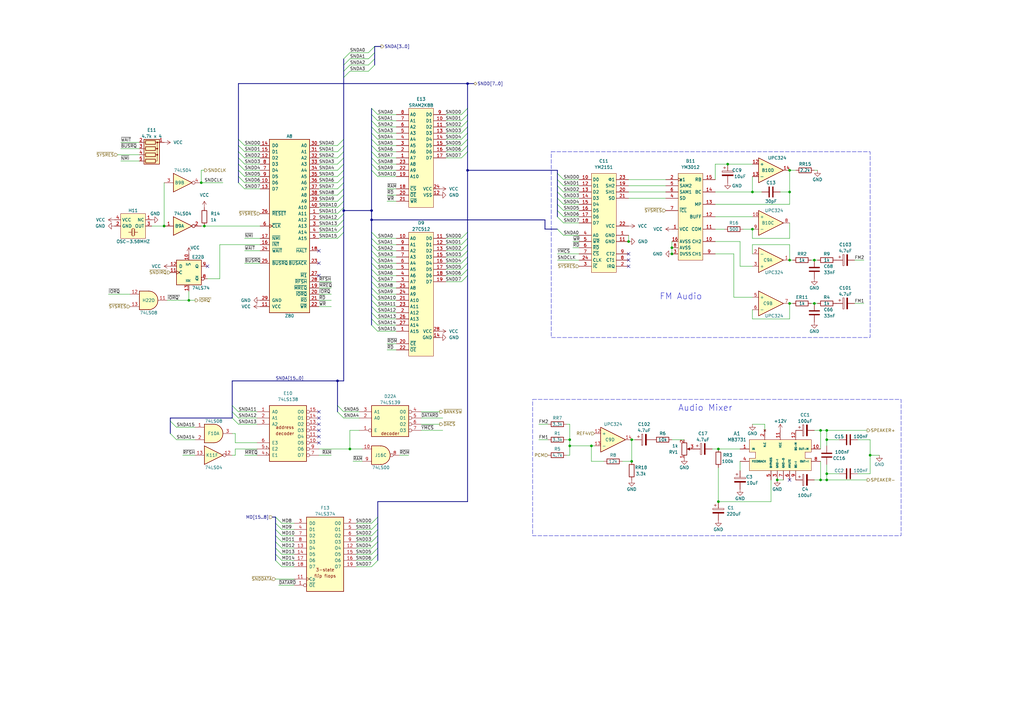
<source format=kicad_sch>
(kicad_sch (version 20230121) (generator eeschema)
  (paper "A3")
  (title_block (title "Gradius 3") (date "2024-04-11") (company "Konami GX945") (comment 1 "Ulf Skutnabba, twitter: @skutis77"))
  (junction (at 275.59 104.14))
  (junction (at 323.85 69.85))
  (junction (at 308.61 78.74))
  (junction (at 259.08 180.34))
  (junction (at 191.77 34.29))
  (junction (at 294.64 184.15))
  (junction (at 83.82 92.71))
  (junction (at 308.61 93.98))
  (junction (at 242.57 182.88))
  (junction (at 191.77 69.85))
  (junction (at 334.01 124.46))
  (junction (at 77.47 123.19))
  (junction (at 339.09 180.34))
  (junction (at 339.09 194.31))
  (junction (at 259.08 189.23))
  (junction (at 323.85 124.46))
  (junction (at 336.55 176.53))
  (junction (at 233.68 182.88))
  (junction (at 298.45 67.31))
  (junction (at 275.59 101.6))
  (junction (at 233.68 180.34))
  (junction (at 323.85 106.68))
  (junction (at 82.55 74.93))
  (junction (at 336.55 196.85))
  (junction (at 152.4 86.36))
  (junction (at 294.64 205.74))
  (junction (at 257.81 99.06))
  (junction (at 356.87 186.69))
  (junction (at 318.77 196.85))
  (junction (at 138.43 156.21))
  (junction (at 339.09 176.53))
  (junction (at 152.4 90.17))
  (junction (at 140.97 86.36))
  (junction (at 143.51 184.15))
  (junction (at 334.01 106.68))
  (junction (at 339.09 196.85))
  (junction (at 67.31 92.71))
  (junction (at 323.85 78.74))
  (no_connect (at 130.81 173.99))
  (no_connect (at 130.81 171.45))
  (no_connect (at 257.81 109.22))
  (no_connect (at 130.81 107.95))
  (no_connect (at 257.81 104.14))
  (no_connect (at 85.09 109.22))
  (no_connect (at 130.81 181.61))
  (no_connect (at 130.81 113.03))
  (no_connect (at 257.81 106.68))
  (no_connect (at 130.81 102.87))
  (no_connect (at 130.81 168.91))
  (no_connect (at 130.81 176.53))
  (no_connect (at 323.85 196.85))
  (no_connect (at 130.81 179.07))
  (bus_entry (at 113.03 229.87) (size 2.54 2.54))
  (bus_entry (at 97.79 59.69) (size 2.54 2.54))
  (bus_entry (at 152.4 224.79) (size 2.54 -2.54))
  (bus_entry (at 97.79 69.85) (size 2.54 2.54))
  (bus_entry (at 189.23 49.53) (size 2.54 -2.54))
  (bus_entry (at 152.4 214.63) (size 2.54 -2.54))
  (bus_entry (at 154.94 113.03) (size -2.54 -2.54))
  (bus_entry (at 154.94 110.49) (size -2.54 -2.54))
  (bus_entry (at 189.23 102.87) (size 2.54 -2.54))
  (bus_entry (at 140.97 24.13) (size 2.54 -2.54))
  (bus_entry (at 231.14 81.28) (size -2.54 -2.54))
  (bus_entry (at 189.23 100.33) (size 2.54 -2.54))
  (bus_entry (at 154.94 52.07) (size -2.54 -2.54))
  (bus_entry (at 154.94 97.79) (size -2.54 -2.54))
  (bus_entry (at 152.4 227.33) (size 2.54 -2.54))
  (bus_entry (at 95.25 166.37) (size 2.54 2.54))
  (bus_entry (at 231.14 78.74) (size -2.54 -2.54))
  (bus_entry (at 231.14 96.52) (size -2.54 -2.54))
  (bus_entry (at 154.94 49.53) (size -2.54 -2.54))
  (bus_entry (at 152.4 222.25) (size 2.54 -2.54))
  (bus_entry (at 113.03 224.79) (size 2.54 2.54))
  (bus_entry (at 138.43 69.85) (size 2.54 -2.54))
  (bus_entry (at 97.79 64.77) (size 2.54 2.54))
  (bus_entry (at 113.03 219.71) (size 2.54 2.54))
  (bus_entry (at 231.14 73.66) (size -2.54 -2.54))
  (bus_entry (at 138.43 168.91) (size 2.54 2.54))
  (bus_entry (at 189.23 52.07) (size 2.54 -2.54))
  (bus_entry (at 138.43 85.09) (size 2.54 -2.54))
  (bus_entry (at 152.4 232.41) (size 2.54 -2.54))
  (bus_entry (at 154.94 123.19) (size -2.54 -2.54))
  (bus_entry (at 113.03 217.17) (size 2.54 2.54))
  (bus_entry (at 151.13 29.21) (size 2.54 -2.54))
  (bus_entry (at 231.14 83.82) (size -2.54 -2.54))
  (bus_entry (at 154.94 57.15) (size -2.54 -2.54))
  (bus_entry (at 138.43 62.23) (size 2.54 -2.54))
  (bus_entry (at 152.4 217.17) (size 2.54 -2.54))
  (bus_entry (at 231.14 76.2) (size -2.54 -2.54))
  (bus_entry (at 189.23 59.69) (size 2.54 -2.54))
  (bus_entry (at 138.43 67.31) (size 2.54 -2.54))
  (bus_entry (at 154.94 120.65) (size -2.54 -2.54))
  (bus_entry (at 154.94 107.95) (size -2.54 -2.54))
  (bus_entry (at 138.43 72.39) (size 2.54 -2.54))
  (bus_entry (at 154.94 128.27) (size -2.54 -2.54))
  (bus_entry (at 154.94 72.39) (size -2.54 -2.54))
  (bus_entry (at 154.94 64.77) (size -2.54 -2.54))
  (bus_entry (at 189.23 97.79) (size 2.54 -2.54))
  (bus_entry (at 154.94 69.85) (size -2.54 -2.54))
  (bus_entry (at 69.85 177.8) (size 2.54 2.54))
  (bus_entry (at 138.43 97.79) (size 2.54 -2.54))
  (bus_entry (at 154.94 62.23) (size -2.54 -2.54))
  (bus_entry (at 113.03 214.63) (size 2.54 2.54))
  (bus_entry (at 140.97 29.21) (size 2.54 -2.54))
  (bus_entry (at 138.43 77.47) (size 2.54 -2.54))
  (bus_entry (at 154.94 135.89) (size -2.54 -2.54))
  (bus_entry (at 231.14 88.9) (size -2.54 -2.54))
  (bus_entry (at 151.13 26.67) (size 2.54 -2.54))
  (bus_entry (at 154.94 54.61) (size -2.54 -2.54))
  (bus_entry (at 152.4 229.87) (size 2.54 -2.54))
  (bus_entry (at 140.97 31.75) (size 2.54 -2.54))
  (bus_entry (at 154.94 100.33) (size -2.54 -2.54))
  (bus_entry (at 138.43 59.69) (size 2.54 -2.54))
  (bus_entry (at 113.03 212.09) (size 2.54 2.54))
  (bus_entry (at 154.94 67.31) (size -2.54 -2.54))
  (bus_entry (at 138.43 64.77) (size 2.54 -2.54))
  (bus_entry (at 138.43 80.01) (size 2.54 -2.54))
  (bus_entry (at 95.25 171.45) (size 2.54 2.54))
  (bus_entry (at 189.23 62.23) (size 2.54 -2.54))
  (bus_entry (at 189.23 113.03) (size 2.54 -2.54))
  (bus_entry (at 113.03 222.25) (size 2.54 2.54))
  (bus_entry (at 154.94 133.35) (size -2.54 -2.54))
  (bus_entry (at 189.23 64.77) (size 2.54 -2.54))
  (bus_entry (at 189.23 107.95) (size 2.54 -2.54))
  (bus_entry (at 154.94 59.69) (size -2.54 -2.54))
  (bus_entry (at 154.94 46.99) (size -2.54 -2.54))
  (bus_entry (at 97.79 57.15) (size 2.54 2.54))
  (bus_entry (at 138.43 82.55) (size 2.54 -2.54))
  (bus_entry (at 189.23 54.61) (size 2.54 -2.54))
  (bus_entry (at 189.23 110.49) (size 2.54 -2.54))
  (bus_entry (at 189.23 115.57) (size 2.54 -2.54))
  (bus_entry (at 151.13 24.13) (size 2.54 -2.54))
  (bus_entry (at 97.79 74.93) (size 2.54 2.54))
  (bus_entry (at 154.94 105.41) (size -2.54 -2.54))
  (bus_entry (at 138.43 87.63) (size 2.54 -2.54))
  (bus_entry (at 231.14 91.44) (size -2.54 -2.54))
  (bus_entry (at 138.43 166.37) (size 2.54 2.54))
  (bus_entry (at 97.79 67.31) (size 2.54 2.54))
  (bus_entry (at 97.79 72.39) (size 2.54 2.54))
  (bus_entry (at 154.94 125.73) (size -2.54 -2.54))
  (bus_entry (at 154.94 102.87) (size -2.54 -2.54))
  (bus_entry (at 231.14 86.36) (size -2.54 -2.54))
  (bus_entry (at 138.43 92.71) (size 2.54 -2.54))
  (bus_entry (at 138.43 90.17) (size 2.54 -2.54))
  (bus_entry (at 138.43 95.25) (size 2.54 -2.54))
  (bus_entry (at 154.94 115.57) (size -2.54 -2.54))
  (bus_entry (at 154.94 118.11) (size -2.54 -2.54))
  (bus_entry (at 152.4 219.71) (size 2.54 -2.54))
  (bus_entry (at 189.23 105.41) (size 2.54 -2.54))
  (bus_entry (at 151.13 21.59) (size 2.54 -2.54))
  (bus_entry (at 97.79 62.23) (size 2.54 2.54))
  (bus_entry (at 189.23 46.99) (size 2.54 -2.54))
  (bus_entry (at 189.23 57.15) (size 2.54 -2.54))
  (bus_entry (at 140.97 26.67) (size 2.54 -2.54))
  (bus_entry (at 95.25 168.91) (size 2.54 2.54))
  (bus_entry (at 113.03 227.33) (size 2.54 2.54))
  (bus_entry (at 138.43 74.93) (size 2.54 -2.54))
  (bus_entry (at 154.94 130.81) (size -2.54 -2.54))
  (bus_entry (at 69.85 172.72) (size 2.54 2.54))
  (bus (pts (xy 153.67 24.13) (xy 153.67 21.59)))
  (wire (pts (xy 332.74 106.68) (xy 334.01 106.68)))
  (bus (pts (xy 152.4 118.11) (xy 152.4 120.65)))
  (bus (pts (xy 140.97 156.21) (xy 138.43 156.21)))
  (wire (pts (xy 339.09 182.88) (xy 339.09 180.34)))
  (wire (pts (xy 189.23 57.15) (xy 182.88 57.15)))
  (wire (pts (xy 308.61 109.22) (xy 303.53 109.22)))
  (bus (pts (xy 191.77 95.25) (xy 191.77 97.79)))
  (wire (pts (xy 74.93 186.69) (xy 80.01 186.69)))
  (bus (pts (xy 152.4 97.79) (xy 152.4 100.33)))
  (bus (pts (xy 113.03 222.25) (xy 113.03 219.71)))
  (wire (pts (xy 154.94 54.61) (xy 162.56 54.61)))
  (wire (pts (xy 154.94 110.49) (xy 162.56 110.49)))
  (wire (pts (xy 143.51 176.53) (xy 143.51 184.15)))
  (wire (pts (xy 115.57 219.71) (xy 120.65 219.71)))
  (wire (pts (xy 154.94 52.07) (xy 162.56 52.07)))
  (bus (pts (xy 152.4 86.36) (xy 152.4 90.17)))
  (bus (pts (xy 223.52 90.17) (xy 152.4 90.17)))
  (wire (pts (xy 114.3 240.03) (xy 120.65 240.03)))
  (wire (pts (xy 294.64 184.15) (xy 303.53 184.15)))
  (bus (pts (xy 152.4 123.19) (xy 152.4 125.73)))
  (wire (pts (xy 257.81 73.66) (xy 273.05 73.66)))
  (bus (pts (xy 154.94 212.09) (xy 154.94 214.63)))
  (wire (pts (xy 83.82 69.85) (xy 82.55 69.85)))
  (wire (pts (xy 232.41 173.99) (xy 233.68 173.99)))
  (bus (pts (xy 152.4 64.77) (xy 152.4 67.31)))
  (wire (pts (xy 154.94 57.15) (xy 162.56 57.15)))
  (wire (pts (xy 115.57 232.41) (xy 120.65 232.41)))
  (wire (pts (xy 130.81 90.17) (xy 138.43 90.17)))
  (wire (pts (xy 100.33 59.69) (xy 106.68 59.69)))
  (bus (pts (xy 154.94 217.17) (xy 154.94 219.71)))
  (wire (pts (xy 323.85 100.33) (xy 308.61 100.33)))
  (wire (pts (xy 48.26 63.5) (xy 57.15 63.5)))
  (wire (pts (xy 49.53 60.96) (xy 57.15 60.96)))
  (wire (pts (xy 97.79 168.91) (xy 105.41 168.91)))
  (wire (pts (xy 143.51 26.67) (xy 151.13 26.67)))
  (bus (pts (xy 152.4 52.07) (xy 152.4 54.61)))
  (wire (pts (xy 334.01 124.46) (xy 335.28 124.46)))
  (wire (pts (xy 130.81 92.71) (xy 138.43 92.71)))
  (wire (pts (xy 308.61 100.33) (xy 308.61 104.14)))
  (wire (pts (xy 154.94 69.85) (xy 162.56 69.85)))
  (bus (pts (xy 138.43 166.37) (xy 138.43 168.91)))
  (wire (pts (xy 154.94 130.81) (xy 162.56 130.81)))
  (wire (pts (xy 115.57 214.63) (xy 120.65 214.63)))
  (wire (pts (xy 231.14 88.9) (xy 237.49 88.9)))
  (bus (pts (xy 152.4 120.65) (xy 152.4 123.19)))
  (wire (pts (xy 130.81 118.11) (xy 135.89 118.11)))
  (wire (pts (xy 189.23 105.41) (xy 182.88 105.41)))
  (wire (pts (xy 233.68 186.69) (xy 233.68 182.88)))
  (wire (pts (xy 130.81 184.15) (xy 143.51 184.15)))
  (bus (pts (xy 152.4 107.95) (xy 152.4 110.49)))
  (bus (pts (xy 152.4 100.33) (xy 152.4 102.87)))
  (wire (pts (xy 293.37 78.74) (xy 308.61 78.74)))
  (wire (pts (xy 234.95 99.06) (xy 237.49 99.06)))
  (wire (pts (xy 115.57 229.87) (xy 120.65 229.87)))
  (wire (pts (xy 313.69 173.99) (xy 313.69 176.53)))
  (bus (pts (xy 153.67 19.05) (xy 156.21 19.05)))
  (wire (pts (xy 68.58 123.19) (xy 77.47 123.19)))
  (wire (pts (xy 298.45 67.31) (xy 308.61 67.31)))
  (wire (pts (xy 308.61 78.74) (xy 312.42 78.74)))
  (wire (pts (xy 130.81 82.55) (xy 138.43 82.55)))
  (bus (pts (xy 140.97 74.93) (xy 140.97 77.47)))
  (wire (pts (xy 152.4 227.33) (xy 146.05 227.33)))
  (wire (pts (xy 293.37 67.31) (xy 298.45 67.31)))
  (bus (pts (xy 69.85 172.72) (xy 69.85 177.8)))
  (bus (pts (xy 152.4 90.17) (xy 152.4 95.25)))
  (wire (pts (xy 303.53 99.06) (xy 293.37 99.06)))
  (wire (pts (xy 231.14 83.82) (xy 237.49 83.82)))
  (wire (pts (xy 308.61 72.39) (xy 308.61 78.74)))
  (wire (pts (xy 100.33 72.39) (xy 106.68 72.39)))
  (wire (pts (xy 232.41 186.69) (xy 233.68 186.69)))
  (wire (pts (xy 158.75 80.01) (xy 162.56 80.01)))
  (bus (pts (xy 228.6 76.2) (xy 228.6 78.74)))
  (bus (pts (xy 152.4 95.25) (xy 152.4 97.79)))
  (bus (pts (xy 154.94 222.25) (xy 154.94 224.79)))
  (wire (pts (xy 231.14 86.36) (xy 237.49 86.36)))
  (bus (pts (xy 97.79 34.29) (xy 97.79 57.15)))
  (bus (pts (xy 140.97 69.85) (xy 140.97 72.39)))
  (wire (pts (xy 300.99 104.14) (xy 300.99 121.92)))
  (bus (pts (xy 111.76 212.09) (xy 113.03 212.09)))
  (wire (pts (xy 130.81 85.09) (xy 138.43 85.09)))
  (wire (pts (xy 97.79 173.99) (xy 105.41 173.99)))
  (bus (pts (xy 113.03 229.87) (xy 113.03 227.33)))
  (wire (pts (xy 172.72 171.45) (xy 181.61 171.45)))
  (wire (pts (xy 154.94 64.77) (xy 162.56 64.77)))
  (bus (pts (xy 152.4 115.57) (xy 152.4 118.11)))
  (bus (pts (xy 228.6 93.98) (xy 223.52 93.98)))
  (bus (pts (xy 113.03 214.63) (xy 113.03 212.09)))
  (bus (pts (xy 228.6 78.74) (xy 228.6 81.28)))
  (wire (pts (xy 154.94 62.23) (xy 162.56 62.23)))
  (wire (pts (xy 158.75 82.55) (xy 162.56 82.55)))
  (wire (pts (xy 257.81 81.28) (xy 273.05 81.28)))
  (wire (pts (xy 339.09 196.85) (xy 355.6 196.85)))
  (wire (pts (xy 82.55 92.71) (xy 83.82 92.71)))
  (wire (pts (xy 300.99 104.14) (xy 293.37 104.14)))
  (bus (pts (xy 140.97 64.77) (xy 140.97 67.31)))
  (bus (pts (xy 191.77 62.23) (xy 191.77 69.85)))
  (bus (pts (xy 152.4 125.73) (xy 152.4 128.27)))
  (bus (pts (xy 97.79 74.93) (xy 97.79 72.39)))
  (wire (pts (xy 130.81 62.23) (xy 138.43 62.23)))
  (wire (pts (xy 231.14 76.2) (xy 237.49 76.2)))
  (wire (pts (xy 308.61 173.99) (xy 313.69 173.99)))
  (wire (pts (xy 336.55 176.53) (xy 336.55 184.15)))
  (wire (pts (xy 308.61 121.92) (xy 300.99 121.92)))
  (wire (pts (xy 152.4 232.41) (xy 146.05 232.41)))
  (wire (pts (xy 275.59 180.34) (xy 280.67 180.34)))
  (bus (pts (xy 113.03 219.71) (xy 113.03 217.17)))
  (wire (pts (xy 163.83 186.69) (xy 167.64 186.69)))
  (wire (pts (xy 189.23 46.99) (xy 182.88 46.99)))
  (wire (pts (xy 293.37 88.9) (xy 308.61 88.9)))
  (bus (pts (xy 140.97 72.39) (xy 140.97 74.93)))
  (wire (pts (xy 154.94 67.31) (xy 162.56 67.31)))
  (wire (pts (xy 259.08 189.23) (xy 259.08 180.34)))
  (wire (pts (xy 231.14 78.74) (xy 237.49 78.74)))
  (wire (pts (xy 189.23 64.77) (xy 182.88 64.77)))
  (wire (pts (xy 294.64 205.74) (xy 294.64 191.77)))
  (bus (pts (xy 97.79 72.39) (xy 97.79 69.85)))
  (wire (pts (xy 172.72 168.91) (xy 180.34 168.91)))
  (wire (pts (xy 154.94 118.11) (xy 162.56 118.11)))
  (wire (pts (xy 130.81 186.69) (xy 135.89 186.69)))
  (bus (pts (xy 152.4 44.45) (xy 152.4 46.99)))
  (wire (pts (xy 292.1 184.15) (xy 294.64 184.15)))
  (wire (pts (xy 130.81 120.65) (xy 135.89 120.65)))
  (wire (pts (xy 275.59 99.06) (xy 275.59 101.6)))
  (bus (pts (xy 138.43 156.21) (xy 138.43 166.37)))
  (bus (pts (xy 140.97 86.36) (xy 140.97 87.63)))
  (wire (pts (xy 96.52 186.69) (xy 96.52 184.15)))
  (wire (pts (xy 67.31 74.93) (xy 67.31 92.71)))
  (wire (pts (xy 304.8 93.98) (xy 308.61 93.98)))
  (wire (pts (xy 220.98 180.34) (xy 224.79 180.34)))
  (bus (pts (xy 140.97 57.15) (xy 140.97 59.69)))
  (wire (pts (xy 189.23 54.61) (xy 182.88 54.61)))
  (wire (pts (xy 82.55 69.85) (xy 82.55 74.93)))
  (wire (pts (xy 339.09 180.34) (xy 344.17 180.34)))
  (wire (pts (xy 154.94 105.41) (xy 162.56 105.41)))
  (bus (pts (xy 140.97 77.47) (xy 140.97 80.01)))
  (bus (pts (xy 191.77 205.74) (xy 154.94 205.74)))
  (bus (pts (xy 223.52 93.98) (xy 223.52 90.17)))
  (wire (pts (xy 49.53 66.04) (xy 57.15 66.04)))
  (wire (pts (xy 130.81 69.85) (xy 138.43 69.85)))
  (wire (pts (xy 189.23 107.95) (xy 182.88 107.95)))
  (wire (pts (xy 97.79 171.45) (xy 105.41 171.45)))
  (wire (pts (xy 100.33 64.77) (xy 106.68 64.77)))
  (wire (pts (xy 308.61 130.81) (xy 308.61 127)))
  (wire (pts (xy 293.37 93.98) (xy 297.18 93.98)))
  (wire (pts (xy 154.94 72.39) (xy 162.56 72.39)))
  (wire (pts (xy 143.51 24.13) (xy 151.13 24.13)))
  (bus (pts (xy 154.94 224.79) (xy 154.94 227.33)))
  (wire (pts (xy 334.01 106.68) (xy 335.28 106.68)))
  (bus (pts (xy 228.6 83.82) (xy 228.6 86.36)))
  (bus (pts (xy 140.97 26.67) (xy 140.97 29.21)))
  (bus (pts (xy 140.97 31.75) (xy 140.97 57.15)))
  (bus (pts (xy 228.6 71.12) (xy 228.6 69.85)))
  (bus (pts (xy 152.4 105.41) (xy 152.4 107.95)))
  (wire (pts (xy 189.23 100.33) (xy 182.88 100.33)))
  (wire (pts (xy 62.23 92.71) (xy 67.31 92.71)))
  (bus (pts (xy 191.77 100.33) (xy 191.77 102.87)))
  (wire (pts (xy 323.85 91.44) (xy 323.85 97.79)))
  (wire (pts (xy 100.33 62.23) (xy 106.68 62.23)))
  (wire (pts (xy 158.75 143.51) (xy 162.56 143.51)))
  (wire (pts (xy 100.33 102.87) (xy 106.68 102.87)))
  (wire (pts (xy 154.94 115.57) (xy 162.56 115.57)))
  (wire (pts (xy 257.81 78.74) (xy 273.05 78.74)))
  (wire (pts (xy 152.4 224.79) (xy 146.05 224.79)))
  (wire (pts (xy 356.87 186.69) (xy 360.68 186.69)))
  (bus (pts (xy 191.77 54.61) (xy 191.77 57.15)))
  (bus (pts (xy 191.77 59.69) (xy 191.77 62.23)))
  (wire (pts (xy 247.65 189.23) (xy 242.57 189.23)))
  (wire (pts (xy 275.59 101.6) (xy 275.59 104.14)))
  (wire (pts (xy 77.47 123.19) (xy 80.01 123.19)))
  (wire (pts (xy 100.33 69.85) (xy 106.68 69.85)))
  (wire (pts (xy 189.23 113.03) (xy 182.88 113.03)))
  (wire (pts (xy 49.53 58.42) (xy 57.15 58.42)))
  (wire (pts (xy 189.23 110.49) (xy 182.88 110.49)))
  (bus (pts (xy 140.97 82.55) (xy 140.97 85.09)))
  (wire (pts (xy 189.23 52.07) (xy 182.88 52.07)))
  (wire (pts (xy 257.81 76.2) (xy 273.05 76.2)))
  (wire (pts (xy 339.09 196.85) (xy 336.55 196.85)))
  (wire (pts (xy 77.47 123.19) (xy 77.47 119.38)))
  (wire (pts (xy 339.09 190.5) (xy 339.09 194.31)))
  (wire (pts (xy 85.09 114.3) (xy 90.17 114.3)))
  (bus (pts (xy 191.77 52.07) (xy 191.77 54.61)))
  (wire (pts (xy 323.85 69.85) (xy 323.85 78.74)))
  (wire (pts (xy 228.6 106.68) (xy 237.49 106.68)))
  (wire (pts (xy 130.81 97.79) (xy 138.43 97.79)))
  (wire (pts (xy 100.33 97.79) (xy 106.68 97.79)))
  (wire (pts (xy 332.74 124.46) (xy 334.01 124.46)))
  (wire (pts (xy 339.09 194.31) (xy 339.09 196.85)))
  (bus (pts (xy 152.4 69.85) (xy 152.4 86.36)))
  (bus (pts (xy 140.97 90.17) (xy 140.97 92.71)))
  (wire (pts (xy 242.57 189.23) (xy 242.57 182.88)))
  (wire (pts (xy 316.23 205.74) (xy 294.64 205.74)))
  (bus (pts (xy 154.94 219.71) (xy 154.94 222.25)))
  (bus (pts (xy 97.79 59.69) (xy 97.79 57.15)))
  (bus (pts (xy 228.6 69.85) (xy 191.77 69.85)))
  (bus (pts (xy 97.79 34.29) (xy 191.77 34.29)))
  (wire (pts (xy 154.94 97.79) (xy 162.56 97.79)))
  (wire (pts (xy 255.27 189.23) (xy 259.08 189.23)))
  (wire (pts (xy 158.75 77.47) (xy 162.56 77.47)))
  (wire (pts (xy 130.81 67.31) (xy 138.43 67.31)))
  (wire (pts (xy 231.14 73.66) (xy 237.49 73.66)))
  (wire (pts (xy 356.87 180.34) (xy 356.87 186.69)))
  (wire (pts (xy 334.01 176.53) (xy 336.55 176.53)))
  (wire (pts (xy 113.03 237.49) (xy 120.65 237.49)))
  (bus (pts (xy 140.97 29.21) (xy 140.97 31.75)))
  (wire (pts (xy 293.37 73.66) (xy 293.37 67.31)))
  (wire (pts (xy 231.14 96.52) (xy 237.49 96.52)))
  (bus (pts (xy 152.4 54.61) (xy 152.4 57.15)))
  (wire (pts (xy 130.81 123.19) (xy 135.89 123.19)))
  (bus (pts (xy 113.03 224.79) (xy 113.03 222.25)))
  (wire (pts (xy 130.81 59.69) (xy 138.43 59.69)))
  (bus (pts (xy 191.77 57.15) (xy 191.77 59.69)))
  (wire (pts (xy 90.17 114.3) (xy 90.17 100.33)))
  (wire (pts (xy 172.72 176.53) (xy 181.61 176.53)))
  (wire (pts (xy 152.4 229.87) (xy 146.05 229.87)))
  (bus (pts (xy 140.97 62.23) (xy 140.97 64.77)))
  (wire (pts (xy 336.55 189.23) (xy 336.55 196.85)))
  (wire (pts (xy 44.45 120.65) (xy 53.34 120.65)))
  (bus (pts (xy 191.77 110.49) (xy 191.77 113.03)))
  (wire (pts (xy 154.94 107.95) (xy 162.56 107.95)))
  (bus (pts (xy 95.25 166.37) (xy 95.25 168.91)))
  (wire (pts (xy 303.53 109.22) (xy 303.53 99.06)))
  (wire (pts (xy 189.23 62.23) (xy 182.88 62.23)))
  (wire (pts (xy 96.52 184.15) (xy 105.41 184.15)))
  (wire (pts (xy 72.39 180.34) (xy 80.01 180.34)))
  (wire (pts (xy 154.94 120.65) (xy 162.56 120.65)))
  (wire (pts (xy 115.57 227.33) (xy 120.65 227.33)))
  (bus (pts (xy 95.25 168.91) (xy 95.25 171.45)))
  (wire (pts (xy 231.14 91.44) (xy 237.49 91.44)))
  (wire (pts (xy 130.81 72.39) (xy 138.43 72.39)))
  (wire (pts (xy 234.95 101.6) (xy 237.49 101.6)))
  (wire (pts (xy 100.33 186.69) (xy 105.41 186.69)))
  (bus (pts (xy 97.79 62.23) (xy 97.79 59.69)))
  (wire (pts (xy 130.81 77.47) (xy 138.43 77.47)))
  (wire (pts (xy 189.23 102.87) (xy 182.88 102.87)))
  (wire (pts (xy 154.94 46.99) (xy 162.56 46.99)))
  (wire (pts (xy 100.33 67.31) (xy 106.68 67.31)))
  (wire (pts (xy 318.77 196.85) (xy 321.31 196.85)))
  (bus (pts (xy 191.77 34.29) (xy 191.77 44.45)))
  (wire (pts (xy 152.4 219.71) (xy 146.05 219.71)))
  (wire (pts (xy 220.98 173.99) (xy 224.79 173.99)))
  (wire (pts (xy 130.81 95.25) (xy 138.43 95.25)))
  (bus (pts (xy 152.4 110.49) (xy 152.4 113.03)))
  (wire (pts (xy 96.52 177.8) (xy 95.25 177.8)))
  (wire (pts (xy 189.23 115.57) (xy 182.88 115.57)))
  (bus (pts (xy 152.4 113.03) (xy 152.4 115.57)))
  (bus (pts (xy 191.77 102.87) (xy 191.77 105.41)))
  (wire (pts (xy 356.87 194.31) (xy 351.79 194.31)))
  (wire (pts (xy 339.09 194.31) (xy 344.17 194.31)))
  (wire (pts (xy 154.94 123.19) (xy 162.56 123.19)))
  (wire (pts (xy 351.79 180.34) (xy 356.87 180.34)))
  (wire (pts (xy 96.52 181.61) (xy 96.52 177.8)))
  (bus (pts (xy 152.4 62.23) (xy 152.4 64.77)))
  (wire (pts (xy 143.51 21.59) (xy 151.13 21.59)))
  (wire (pts (xy 231.14 81.28) (xy 237.49 81.28)))
  (wire (pts (xy 143.51 29.21) (xy 151.13 29.21)))
  (bus (pts (xy 140.97 86.36) (xy 152.4 86.36)))
  (wire (pts (xy 152.4 217.17) (xy 146.05 217.17)))
  (wire (pts (xy 140.97 171.45) (xy 147.32 171.45)))
  (bus (pts (xy 95.25 156.21) (xy 95.25 166.37)))
  (bus (pts (xy 140.97 95.25) (xy 140.97 156.21)))
  (wire (pts (xy 339.09 180.34) (xy 339.09 176.53)))
  (bus (pts (xy 97.79 67.31) (xy 97.79 64.77)))
  (wire (pts (xy 323.85 78.74) (xy 320.04 78.74)))
  (bus (pts (xy 191.77 113.03) (xy 191.77 205.74)))
  (bus (pts (xy 191.77 49.53) (xy 191.77 52.07)))
  (wire (pts (xy 130.81 115.57) (xy 135.89 115.57)))
  (wire (pts (xy 189.23 97.79) (xy 182.88 97.79)))
  (wire (pts (xy 154.94 59.69) (xy 162.56 59.69)))
  (wire (pts (xy 233.68 182.88) (xy 242.57 182.88)))
  (bus (pts (xy 95.25 171.45) (xy 69.85 171.45)))
  (bus (pts (xy 140.97 24.13) (xy 140.97 26.67)))
  (wire (pts (xy 130.81 125.73) (xy 135.89 125.73)))
  (wire (pts (xy 115.57 217.17) (xy 120.65 217.17)))
  (wire (pts (xy 95.25 186.69) (xy 96.52 186.69)))
  (bus (pts (xy 140.97 92.71) (xy 140.97 95.25)))
  (wire (pts (xy 83.82 92.71) (xy 106.68 92.71)))
  (bus (pts (xy 152.4 128.27) (xy 152.4 130.81)))
  (wire (pts (xy 72.39 175.26) (xy 80.01 175.26)))
  (wire (pts (xy 143.51 176.53) (xy 147.32 176.53)))
  (bus (pts (xy 228.6 73.66) (xy 228.6 76.2)))
  (wire (pts (xy 154.94 135.89) (xy 162.56 135.89)))
  (bus (pts (xy 152.4 46.99) (xy 152.4 49.53)))
  (wire (pts (xy 154.94 128.27) (xy 162.56 128.27)))
  (wire (pts (xy 189.23 49.53) (xy 182.88 49.53)))
  (wire (pts (xy 233.68 180.34) (xy 233.68 182.88)))
  (bus (pts (xy 228.6 81.28) (xy 228.6 83.82)))
  (bus (pts (xy 191.77 105.41) (xy 191.77 107.95)))
  (bus (pts (xy 138.43 156.21) (xy 95.25 156.21)))
  (bus (pts (xy 191.77 44.45) (xy 191.77 46.99)))
  (wire (pts (xy 130.81 74.93) (xy 138.43 74.93)))
  (wire (pts (xy 152.4 214.63) (xy 146.05 214.63)))
  (wire (pts (xy 336.55 196.85) (xy 334.01 196.85)))
  (wire (pts (xy 350.52 106.68) (xy 354.33 106.68)))
  (bus (pts (xy 140.97 59.69) (xy 140.97 62.23)))
  (wire (pts (xy 323.85 69.85) (xy 326.39 69.85)))
  (wire (pts (xy 293.37 83.82) (xy 323.85 83.82)))
  (bus (pts (xy 140.97 80.01) (xy 140.97 82.55)))
  (wire (pts (xy 100.33 107.95) (xy 106.68 107.95)))
  (wire (pts (xy 259.08 180.34) (xy 260.35 180.34)))
  (bus (pts (xy 152.4 57.15) (xy 152.4 59.69)))
  (wire (pts (xy 334.01 69.85) (xy 335.28 69.85)))
  (wire (pts (xy 154.94 49.53) (xy 162.56 49.53)))
  (bus (pts (xy 191.77 34.29) (xy 194.31 34.29)))
  (wire (pts (xy 257.81 96.52) (xy 257.81 99.06)))
  (bus (pts (xy 97.79 69.85) (xy 97.79 67.31)))
  (wire (pts (xy 154.94 100.33) (xy 162.56 100.33)))
  (wire (pts (xy 233.68 173.99) (xy 233.68 180.34)))
  (wire (pts (xy 323.85 97.79) (xy 308.61 97.79)))
  (wire (pts (xy 154.94 113.03) (xy 162.56 113.03)))
  (bus (pts (xy 152.4 49.53) (xy 152.4 52.07)))
  (bus (pts (xy 191.77 46.99) (xy 191.77 49.53)))
  (wire (pts (xy 339.09 176.53) (xy 336.55 176.53)))
  (bus (pts (xy 113.03 217.17) (xy 113.03 214.63)))
  (wire (pts (xy 144.78 189.23) (xy 148.59 189.23)))
  (wire (pts (xy 323.85 106.68) (xy 325.12 106.68)))
  (wire (pts (xy 90.17 100.33) (xy 106.68 100.33)))
  (wire (pts (xy 130.81 87.63) (xy 138.43 87.63)))
  (wire (pts (xy 100.33 77.47) (xy 106.68 77.47)))
  (wire (pts (xy 115.57 222.25) (xy 120.65 222.25)))
  (bus (pts (xy 191.77 69.85) (xy 191.77 95.25)))
  (bus (pts (xy 140.97 67.31) (xy 140.97 69.85)))
  (wire (pts (xy 232.41 180.34) (xy 233.68 180.34)))
  (wire (pts (xy 148.59 184.15) (xy 143.51 184.15)))
  (wire (pts (xy 154.94 133.35) (xy 162.56 133.35)))
  (bus (pts (xy 140.97 85.09) (xy 140.97 86.36)))
  (wire (pts (xy 158.75 140.97) (xy 162.56 140.97)))
  (bus (pts (xy 152.4 67.31) (xy 152.4 69.85)))
  (wire (pts (xy 154.94 102.87) (xy 162.56 102.87)))
  (wire (pts (xy 100.33 74.93) (xy 106.68 74.93)))
  (bus (pts (xy 154.94 214.63) (xy 154.94 217.17)))
  (wire (pts (xy 323.85 124.46) (xy 325.12 124.46)))
  (bus (pts (xy 140.97 87.63) (xy 140.97 90.17)))
  (bus (pts (xy 154.94 227.33) (xy 154.94 229.87)))
  (wire (pts (xy 140.97 168.91) (xy 147.32 168.91)))
  (wire (pts (xy 323.85 106.68) (xy 323.85 100.33)))
  (bus (pts (xy 191.77 97.79) (xy 191.77 100.33)))
  (bus (pts (xy 97.79 64.77) (xy 97.79 62.23)))
  (wire (pts (xy 130.81 80.01) (xy 138.43 80.01)))
  (wire (pts (xy 152.4 222.25) (xy 146.05 222.25)))
  (bus (pts (xy 152.4 102.87) (xy 152.4 105.41)))
  (wire (pts (xy 308.61 97.79) (xy 308.61 93.98)))
  (bus (pts (xy 153.67 21.59) (xy 153.67 19.05)))
  (wire (pts (xy 82.55 74.93) (xy 91.44 74.93)))
  (wire (pts (xy 105.41 181.61) (xy 96.52 181.61)))
  (bus (pts (xy 152.4 130.81) (xy 152.4 133.35)))
  (wire (pts (xy 189.23 59.69) (xy 182.88 59.69)))
  (wire (pts (xy 323.85 130.81) (xy 308.61 130.81)))
  (wire (pts (xy 356.87 186.69) (xy 356.87 194.31)))
  (bus (pts (xy 228.6 71.12) (xy 228.6 73.66)))
  (wire (pts (xy 228.6 104.14) (xy 237.49 104.14)))
  (bus (pts (xy 152.4 59.69) (xy 152.4 62.23)))
  (wire (pts (xy 180.34 173.99) (xy 172.72 173.99)))
  (wire (pts (xy 242.57 182.88) (xy 243.84 182.88)))
  (wire (pts (xy 303.53 193.04) (xy 303.53 189.23)))
  (bus (pts (xy 228.6 86.36) (xy 228.6 88.9)))
  (wire (pts (xy 350.52 124.46) (xy 354.33 124.46)))
  (wire (pts (xy 154.94 125.73) (xy 162.56 125.73)))
  (bus (pts (xy 113.03 227.33) (xy 113.03 224.79)))
  (wire (pts (xy 339.09 176.53) (xy 355.6 176.53)))
  (bus (pts (xy 69.85 171.45) (xy 69.85 172.72)))
  (bus (pts (xy 153.67 26.67) (xy 153.67 24.13)))
  (wire (pts (xy 130.81 64.77) (xy 138.43 64.77)))
  (wire (pts (xy 323.85 83.82) (xy 323.85 78.74)))
  (bus (pts (xy 154.94 205.74) (xy 154.94 212.09)))
  (wire (pts (xy 115.57 224.79) (xy 120.65 224.79)))
  (wire (pts (xy 316.23 196.85) (xy 316.23 205.74)))
  (wire (pts (xy 323.85 124.46) (xy 323.85 130.81)))
  (bus (pts (xy 191.77 107.95) (xy 191.77 110.49)))
  (rectangle (start 226.06 62.23) (end 356.87 138.43) (stroke (width 0) (type dash)))
  (rectangle (start 218.44 163.83) (end 369.57 219.71) (stroke (width 0) (type dash)))
  (text "FM Audio" (at 270.51 123.19 0) (effects (font (size 2.54 2.54)) (justify left bottom)))
  (text "Audio Mixer" (at 278.13 168.91 0) (effects (font (size 2.54 2.54)) (justify left bottom)))
  (label "SNDA1" (at 130.81 62.23 0))
  (label "SNDD3" (at 152.4 222.25 180))
  (label "SNDA15" (at 130.81 97.79 0))
  (label "SNDD3" (at 231.14 81.28 0))
  (label "SNDD3" (at 100.33 67.31 0))
  (label "SNDA6" (at 154.94 62.23 0))
  (label "SNDD1" (at 189.23 49.53 180))
  (label "SNDD2" (at 189.23 52.07 180))
  (label "SNDA2" (at 130.81 64.77 0))
  (label "SNDD0" (at 100.33 59.69 0))
  (label "SNDD2" (at 231.14 78.74 0))
  (label "~{BUSRQ}" (at 100.33 107.95 0))
  (label "SNDA2" (at 154.94 102.87 0))
  (label "SNDA4" (at 140.97 171.45 0))
  (label "SNDA3" (at 154.94 54.61 0))
  (label "SNDA9" (at 130.81 82.55 0))
  (label "SNDD1" (at 189.23 100.33 180))
  (label "SNDA1" (at 154.94 49.53 0))
  (label "MD15" (at 115.57 232.41 0))
  (label "SNDCLK" (at 228.6 106.68 0))
  (label "~{WR}" (at 158.75 82.55 0))
  (label "SNDD4" (at 189.23 107.95 180))
  (label "SNDA9" (at 154.94 69.85 0))
  (label "SNDD0" (at 231.14 73.66 0))
  (label "SNDA15" (at 154.94 135.89 0))
  (label "~{DATARD}" (at 114.3 240.03 0))
  (label "SNDA12" (at 130.81 90.17 0))
  (label "SNDA11" (at 154.94 125.73 0))
  (label "SNDA3" (at 154.94 105.41 0))
  (label "MD10" (at 115.57 219.71 0))
  (label "SNDA14" (at 72.39 180.34 0))
  (label "SNDD1" (at 231.14 76.2 0))
  (label "SNDA8" (at 130.81 80.01 0))
  (label "SNDA5" (at 154.94 59.69 0))
  (label "SNDA13" (at 97.79 173.99 0))
  (label "MD8" (at 115.57 214.63 0))
  (label "~{RD}" (at 234.95 101.6 0))
  (label "SNDA4" (at 154.94 57.15 0))
  (label "~{WR}" (at 130.81 125.73 0))
  (label "MD14" (at 115.57 229.87 0))
  (label "SNDD5" (at 189.23 110.49 180))
  (label "FM1" (at 350.52 124.46 0))
  (label "SNDA5" (at 130.81 72.39 0))
  (label "SNDA10" (at 130.81 85.09 0))
  (label "SNDD7" (at 100.33 77.47 0))
  (label "SNDA1" (at 143.51 24.13 0))
  (label "SNDD1" (at 152.4 217.17 180))
  (label "SNDD2" (at 189.23 102.87 180))
  (label "SNDD5" (at 152.4 227.33 180))
  (label "~{RAM}" (at 158.75 77.47 0))
  (label "SNDD5" (at 100.33 72.39 0))
  (label "~{ROM}" (at 158.75 140.97 0))
  (label "~{NMI}" (at 100.33 97.79 0))
  (label "~{YMCS}" (at 228.6 104.14 0))
  (label "~{RD}" (at 158.75 143.51 0))
  (label "SNDD6" (at 231.14 88.9 0))
  (label "~{BUSRQ}" (at 49.53 60.96 0))
  (label "SNDD6" (at 152.4 229.87 180))
  (label "SNDA14" (at 130.81 95.25 0))
  (label "SNDD3" (at 189.23 105.41 180))
  (label "SNDA0" (at 154.94 46.99 0))
  (label "SNDD0" (at 189.23 97.79 180))
  (label "SNDD4" (at 189.23 57.15 180))
  (label "SNDA6" (at 130.81 74.93 0))
  (label "SNDD7" (at 189.23 115.57 180))
  (label "SNDD5" (at 189.23 59.69 180))
  (label "SNDA[15..0]" (at 113.03 156.21 0))
  (label "FM2" (at 220.98 173.99 0))
  (label "SNDA10" (at 154.94 123.19 0))
  (label "SNDA8" (at 154.94 118.11 0))
  (label "SNDA11" (at 97.79 168.91 0))
  (label "~{RFSH}" (at 74.93 186.69 0))
  (label "SNDA0" (at 154.94 97.79 0))
  (label "~{RD}" (at 130.81 123.19 0))
  (label "SNDCLK" (at 83.82 74.93 0))
  (label "~{RAM}" (at 144.78 189.23 0))
  (label "SNDD6" (at 189.23 62.23 180))
  (label "SNDA15" (at 72.39 175.26 0))
  (label "SNDD2" (at 152.4 219.71 180))
  (label "SNDA7" (at 154.94 115.57 0))
  (label "SNDA11" (at 130.81 87.63 0))
  (label "SNDA4" (at 130.81 69.85 0))
  (label "SNDD3" (at 189.23 54.61 180))
  (label "~{NMI}" (at 49.53 66.04 0))
  (label "SNDD5" (at 231.14 86.36 0))
  (label "SNDD7" (at 231.14 91.44 0))
  (label "~{RD}" (at 158.75 80.01 0))
  (label "SNDA2" (at 143.51 26.67 0))
  (label "~{WAIT}" (at 49.53 58.42 0))
  (label "SNDA9" (at 154.94 120.65 0))
  (label "SNDD6" (at 100.33 74.93 0))
  (label "SNDA14" (at 154.94 133.35 0))
  (label "SNDD4" (at 152.4 224.79 180))
  (label "FM2" (at 350.52 106.68 0))
  (label "SNDA0" (at 143.51 21.59 0))
  (label "MD13" (at 115.57 227.33 0))
  (label "~{RFSH}" (at 130.81 115.57 0))
  (label "SNDA3" (at 130.81 67.31 0))
  (label "SNDD7" (at 189.23 64.77 180))
  (label "SNDA5" (at 140.97 168.91 0))
  (label "SNDA8" (at 154.94 67.31 0))
  (label "SNDD4" (at 231.14 83.82 0))
  (label "~{YMCS}" (at 172.72 176.53 0))
  (label "~{RAM}" (at 132.08 186.69 0))
  (label "SNDA2" (at 154.94 52.07 0))
  (label "~{IORQ}" (at 130.81 120.65 0))
  (label "SNDA0" (at 231.14 96.52 0))
  (label "SNDA6" (at 154.94 113.03 0))
  (label "~{MREQ}" (at 130.81 118.11 0))
  (label "SNDA12" (at 154.94 128.27 0))
  (label "SNDD0" (at 152.4 214.63 180))
  (label "~{MREQ}" (at 100.33 186.69 0))
  (label "MD9" (at 115.57 217.17 0))
  (label "SNDD1" (at 100.33 62.23 0))
  (label "MD11" (at 115.57 222.25 0))
  (label "~{IORQ}" (at 44.45 120.65 0))
  (label "SNDD6" (at 189.23 113.03 180))
  (label "SNDA0" (at 130.81 59.69 0))
  (label "MD12" (at 115.57 224.79 0))
  (label "~{WAIT}" (at 100.33 102.87 0))
  (label "SNDD7" (at 152.4 232.41 180))
  (label "FM1" (at 220.98 180.34 0))
  (label "SNDA4" (at 154.94 107.95 0))
  (label "~{DATARD}" (at 172.72 171.45 0))
  (label "SNDA12" (at 97.79 171.45 0))
  (label "~{ROM}" (at 163.83 186.69 0))
  (label "~{IORQ'}" (at 68.58 123.19 0))
  (label "SNDA10" (at 154.94 72.39 0))
  (label "~{WR}" (at 234.95 99.06 0))
  (label "SNDD4" (at 100.33 69.85 0))
  (label "SNDA1" (at 154.94 100.33 0))
  (label "SNDA7" (at 154.94 64.77 0))
  (label "SNDA3" (at 143.51 29.21 0))
  (label "SNDD2" (at 100.33 64.77 0))
  (label "SNDD0" (at 189.23 46.99 180))
  (label "SNDA13" (at 154.94 130.81 0))
  (label "SNDA5" (at 154.94 110.49 0))
  (label "SNDA7" (at 130.81 77.47 0))
  (label "SNDA13" (at 130.81 92.71 0))
  (hierarchical_label "~{SYSRES}" (shape input) (at 237.49 109.22 180))
  (hierarchical_label "~{DACS}" (shape output) (at 180.34 173.99 0))
  (hierarchical_label "~{SYSRES}" (shape input) (at 48.26 63.5 180))
  (hierarchical_label "SNDA[3..0]" (shape output) (at 156.21 19.05 0))
  (hierarchical_label "REF4V" (shape input) (at 243.84 177.8 180))
  (hierarchical_label "~{SNDDATA}" (shape input) (at 113.03 237.49 180))
  (hierarchical_label "PCM" (shape input) (at 224.79 186.69 180))
  (hierarchical_label "MD[15..8]" (shape input) (at 111.76 212.09 180))
  (hierarchical_label "~{SYSRES}" (shape input) (at 273.05 86.36 180))
  (hierarchical_label "SPEAKER-" (shape output) (at 355.6 196.85 0))
  (hierarchical_label "SNDCLK" (shape output) (at 83.82 69.85 0))
  (hierarchical_label "SPEAKER+" (shape output) (at 355.6 176.53 0))
  (hierarchical_label "~{SYSRES}" (shape input) (at 53.34 125.73 180))
  (hierarchical_label "SNDD[7..0]" (shape bidirectional) (at 194.31 34.29 0))
  (hierarchical_label "~{IORQ'}" (shape output) (at 80.01 123.19 0))
  (hierarchical_label "~{SNDIRQ}" (shape input) (at 69.85 111.76 180))
  (hierarchical_label "~{BANKSW}" (shape output) (at 180.34 168.91 0))
  (hierarchical_label "~{SYSRES}" (shape input) (at 106.68 87.63 180))
  (symbol (lib_id "Device:R") (at 294.64 187.96 180) (unit 1)
    (property "Reference" "RR3" (at 298.45 186.69 0))
    (property "Value" "100k" (at 298.45 189.23 0))
  )
  (symbol (lib_id "power:GND") (at 308.61 173.99 0) (unit 1)
    (property "Reference" "#PWR0292" (effects hide))
    (property "Value" "GND" (at 308.61 177.8 0))
  )
  (symbol (lib_id "power:VCC") (at 106.68 125.73 90) (unit 1)
    (property "Reference" "#PWR0254" (effects hide))
    (property "Value" "VCC" (at 102.87 125.73 90) (effects (justify left)))
  )
  (symbol (lib_id "Device:R") (at 228.6 186.69 90) (unit 1)
    (property "Reference" "R5" (at 228.6 184.15 90))
    (property "Value" "4.7k" (at 228.6 186.69 90))
  )
  (symbol (lib_id "power:GND") (at 298.45 74.93 0) (unit 1)
    (property "Reference" "#PWR0284" (effects hide))
    (property "Value" "GND" (at 302.26 76.2 0))
  )
  (symbol (lib_id "Device:R") (at 339.09 106.68 90) (unit 1)
    (property "Reference" "R9" (at 339.09 104.14 90))
    (property "Value" "1k" (at 339.09 106.68 90))
  )
  (symbol (lib_id "Device:C_Polarized") (at 346.71 106.68 90) (mirror x) (unit 1)
    (property "Reference" "C103" (at 346.71 100.33 90))
    (property "Value" "4.7uF" (at 346.71 102.87 90))
  )
  (symbol (lib_id "power:GND") (at 318.77 196.85 0) (unit 1)
    (property "Reference" "#PWR0294" (effects hide))
    (property "Value" "GND" (at 318.77 200.66 0))
  )
  (symbol (lib_id "jt74:74LS00") (at 156.21 186.69 0) (mirror x) (unit 3)
    (property "Reference" "J16" (at 156.21 186.69 0))
    (property "Value" "74LS00" (at 156.21 191.77 0))
    (property "Datasheet" "http://www.ti.com/lit/gpn/sn74ls00" (effects hide))
  )
  (symbol (lib_id "Device:C_Polarized") (at 288.29 184.15 90) (mirror x) (unit 1)
    (property "Reference" "C17" (at 288.29 177.8 90))
    (property "Value" "4.7uF" (at 288.29 180.34 90))
  )
  (symbol (lib_id "jt_rom:27C512") (at 172.72 120.65 0) (unit 1)
    (property "Reference" "D9" (at 172.72 91.44 0))
    (property "Value" "27C512" (at 172.72 93.98 0))
    (property "Datasheet" "http://www.bitsavers.org/components/macronix/1993_Macronix_Memory_Data_Book.pdf" (effects hide))
  )
  (symbol (lib_id "Device:R") (at 83.82 88.9 0) (unit 1)
    (property "Reference" "R14" (at 86.36 87.63 0) (effects (justify left)))
    (property "Value" "1k" (at 86.36 90.17 0) (effects (justify left)))
  )
  (symbol (lib_id "Device:R") (at 251.46 189.23 90) (unit 1)
    (property "Reference" "R8" (at 251.46 186.69 90))
    (property "Value" "12k" (at 251.46 189.23 90))
  )
  (symbol (lib_id "Device:R") (at 259.08 193.04 180) (unit 1)
    (property "Reference" "RR18" (at 262.89 191.77 0))
    (property "Value" "3.3k" (at 262.89 194.31 0))
  )
  (symbol (lib_id "arcade:OSC-DIP4") (at 54.61 92.71 0) (unit 1)
    (property "Reference" "H11" (at 54.61 86.36 0))
    (property "Value" "OSC-3.58MHZ" (at 54.61 99.06 0))
  )
  (symbol (lib_id "Device:C_Polarized") (at 330.2 176.53 90) (mirror x) (unit 1)
    (property "Reference" "CC1" (at 330.2 170.18 90))
    (property "Value" "100uF" (at 330.2 172.72 90))
  )
  (symbol (lib_id "Device:C") (at 334.01 128.27 0) (unit 1)
    (property "Reference" "C66" (at 337.82 127 0) (effects (justify left)))
    (property "Value" "33nF" (at 337.82 129.54 0) (effects (justify left)))
  )
  (symbol (lib_id "Device:C") (at 339.09 186.69 180) (unit 1)
    (property "Reference" "CC16" (at 344.17 187.96 0))
    (property "Value" "100nF" (at 345.44 185.42 0))
  )
  (symbol (lib_id "power:GND") (at 294.64 213.36 0) (unit 1)
    (property "Reference" "#PWR0291" (effects hide))
    (property "Value" "GND" (at 294.64 217.17 0))
  )
  (symbol (lib_id "Device:Opamp_Quad") (at 316.23 91.44 0) (unit 3)
    (property "Reference" "B10" (at 314.96 91.44 0))
    (property "Value" "UPC324" (at 317.5 86.36 0))
    (property "Sim.Library" "${KICAD7_SYMBOL_DIR}/Simulation_SPICE.sp" (effects hide))
    (property "Sim.Name" "kicad_builtin_opamp_quad" (effects hide))
    (property "Sim.Device" "SUBCKT" (effects hide))
    (property "Sim.Pins" "1=out1 2=in1- 3=in1+ 4=vcc 5=in2+ 6=in2- 7=out2 8=out3 9=in3- 10=in3+ 11=vee 12=in4+ 13=in4- 14=out4" (effects hide))
  )
  (symbol (lib_id "jt_ram:SRAM2K8B") (at 172.72 64.77 0) (unit 1)
    (property "Reference" "E13" (at 172.72 40.64 0))
    (property "Value" "SRAM2K8B" (at 172.72 43.18 0))
    (property "Datasheet" "https://datasheetspdf.com/datasheet/MCM2128.html" (effects hide))
  )
  (symbol (lib_id "power:GND") (at 180.34 80.01 90) (unit 1)
    (property "Reference" "#PWR0301" (effects hide))
    (property "Value" "GND" (at 184.15 80.01 90) (effects (justify right)))
  )
  (symbol (lib_id "power:VCC") (at 180.34 77.47 270) (unit 1)
    (property "Reference" "#PWR0300" (effects hide))
    (property "Value" "VCC" (at 184.15 77.47 90) (effects (justify left)))
  )
  (symbol (lib_id "Device:Opamp_Quad") (at 316.23 106.68 0) (mirror x) (unit 1)
    (property "Reference" "C9" (at 314.96 106.68 0))
    (property "Value" "UPC324" (at 317.5 111.76 0))
    (property "Sim.Library" "${KICAD7_SYMBOL_DIR}/Simulation_SPICE.sp" (effects hide))
    (property "Sim.Name" "kicad_builtin_opamp_quad" (effects hide))
    (property "Sim.Device" "SUBCKT" (effects hide))
    (property "Sim.Pins" "1=out1 2=in1- 3=in1+ 4=vcc 5=in2+ 6=in2- 7=out2 8=out3 9=in3- 10=in3+ 11=vee 12=in4+ 13=in4- 14=out4" (effects hide))
  )
  (symbol (lib_id "jt_cpu:Z80") (at 118.11 92.71 0) (unit 1)
    (property "Reference" "A8" (at 118.745 55.88 0))
    (property "Value" "Z80" (at 118.745 129.54 0))
    (property "Datasheet" "www.zilog.com/manage_directlink.php?filepath=docs/z80/um0080" (effects hide))
  )
  (symbol (lib_id "jt74:74LS04") (at 87.63 186.69 0) (unit 6)
    (property "Reference" "K11" (at 86.995 186.69 0))
    (property "Value" "74LS04" (at 87.63 191.77 0))
    (property "Datasheet" "http://www.ti.com/lit/gpn/sn74LS04" (effects hide))
  )
  (symbol (lib_id "Device:Opamp_Quad") (at 316.23 124.46 0) (unit 2)
    (property "Reference" "C9" (at 314.96 124.46 0))
    (property "Value" "UPC324" (at 317.5 129.54 0))
    (property "Sim.Library" "${KICAD7_SYMBOL_DIR}/Simulation_SPICE.sp" (effects hide))
    (property "Sim.Name" "kicad_builtin_opamp_quad" (effects hide))
    (property "Sim.Device" "SUBCKT" (effects hide))
    (property "Sim.Pins" "1=out1 2=in1- 3=in1+ 4=vcc 5=in2+ 6=in2- 7=out2 8=out3 9=in3- 10=in3+ 11=vee 12=in4+ 13=in4- 14=out4" (effects hide))
  )
  (symbol (lib_id "power:GND") (at 257.81 99.06 90) (unit 1)
    (property "Reference" "#PWR0281" (effects hide))
    (property "Value" "GND" (at 261.62 99.06 90) (effects (justify right)))
  )
  (symbol (lib_id "power:GND") (at 46.99 92.71 270) (unit 1)
    (property "Reference" "#PWR0256" (effects hide))
    (property "Value" "GND" (at 43.18 92.71 90) (effects (justify right)))
  )
  (symbol (lib_id "Device:Opamp_Quad") (at 251.46 180.34 0) (unit 4)
    (property "Reference" "C9" (at 250.19 180.34 0))
    (property "Value" "UPC324" (at 251.46 173.99 0))
    (property "Sim.Library" "${KICAD7_SYMBOL_DIR}/Simulation_SPICE.sp" (effects hide))
    (property "Sim.Name" "kicad_builtin_opamp_quad" (effects hide))
    (property "Sim.Device" "SUBCKT" (effects hide))
    (property "Sim.Pins" "1=out1 2=in1- 3=in1+ 4=vcc 5=in2+ 6=in2- 7=out2 8=out3 9=in3- 10=in3+ 11=vee 12=in4+ 13=in4- 14=out4" (effects hide))
  )
  (symbol (lib_id "power:VCC") (at 77.47 104.14 0) (unit 1)
    (property "Reference" "#PWR0259" (effects hide))
    (property "Value" "VCC" (at 80.01 101.6 0))
  )
  (symbol (lib_id "power:GND") (at 334.01 132.08 0) (unit 1)
    (property "Reference" "#PWR0287" (effects hide))
    (property "Value" "GND" (at 334.01 135.89 0))
  )
  (symbol (lib_id "power:GND") (at 334.01 114.3 0) (unit 1)
    (property "Reference" "#PWR0286" (effects hide))
    (property "Value" "GND" (at 334.01 118.11 0))
  )
  (symbol (lib_id "power:GND") (at 360.68 186.69 0) (unit 1)
    (property "Reference" "#PWR0295" (effects hide))
    (property "Value" "GND" (at 360.68 190.5 0))
  )
  (symbol (lib_id "power:GND") (at 335.28 69.85 0) (unit 1)
    (property "Reference" "#PWR0285" (effects hide))
    (property "Value" "GND" (at 335.28 73.66 0))
  )
  (symbol (lib_id "power:GND") (at 106.68 123.19 270) (unit 1)
    (property "Reference" "#PWR0253" (effects hide))
    (property "Value" "GND" (at 102.87 123.19 90) (effects (justify right)))
  )
  (symbol (lib_id "power:GND") (at 275.59 104.14 270) (mirror x) (unit 1)
    (property "Reference" "#PWR0283" (effects hide))
    (property "Value" "GND" (at 271.78 104.14 90) (effects (justify right)))
  )
  (symbol (lib_id "Device:R") (at 328.93 124.46 90) (unit 1)
    (property "Reference" "ER11" (at 328.93 121.92 90))
    (property "Value" "1k" (at 328.93 124.46 90))
  )
  (symbol (lib_id "power:VCC") (at 257.81 92.71 270) (unit 1)
    (property "Reference" "#PWR0280" (effects hide))
    (property "Value" "VCC" (at 261.62 92.71 90) (effects (justify left)))
  )
  (symbol (lib_id "arcade:R_POT") (at 280.67 184.15 0) (mirror x) (unit 1)
    (property "Reference" "RV1" (at 278.13 185.42 0) (effects (justify right)))
    (property "Value" "1k" (at 278.13 182.88 0) (effects (justify right)))
  )
  (symbol (lib_id "power:VCC") (at 46.99 90.17 90) (unit 1)
    (property "Reference" "#PWR0258" (effects hide))
    (property "Value" "VCC" (at 43.18 90.17 90) (effects (justify left)))
  )
  (symbol (lib_id "yamaha:YM2151_ALT") (at 247.65 91.44 0) (unit 1)
    (property "Reference" "C11" (at 247.65 66.04 0))
    (property "Value" "YM2151" (at 247.65 68.58 0))
    (property "Datasheet" "https://archive.org/details/bitsavers_yamahaYM21_2429553" (effects hide))
  )
  (symbol (lib_id "Device:R") (at 330.2 69.85 90) (unit 1)
    (property "Reference" "RR15" (at 330.2 67.31 90))
    (property "Value" "2.2k" (at 330.2 69.85 90))
  )
  (symbol (lib_id "Device:C_Polarized") (at 294.64 209.55 0) (unit 1)
    (property "Reference" "C1" (at 299.72 208.28 0))
    (property "Value" "220uF" (at 300.99 210.82 0))
  )
  (symbol (lib_id "Device:R_Network04") (at 62.23 63.5 270) (unit 1)
    (property "Reference" "E11" (at 62.23 53.34 90))
    (property "Value" "4.7k x 4" (at 62.23 55.88 90))
    (property "Footprint" "Resistor_THT:R_Array_SIP5" (effects hide))
    (property "Datasheet" "http://www.vishay.com/docs/31509/csc.pdf" (effects hide))
  )
  (symbol (lib_id "Device:C_Polarized") (at 330.2 196.85 90) (mirror x) (unit 1)
    (property "Reference" "C4" (at 330.2 200.66 90))
    (property "Value" "100uF" (at 330.2 203.2 90))
  )
  (symbol (lib_id "power:VCC") (at 180.34 135.89 270) (unit 1)
    (property "Reference" "#PWR0335" (effects hide))
    (property "Value" "VCC" (at 184.15 135.89 90) (effects (justify left)))
  )
  (symbol (lib_id "Device:R") (at 328.93 106.68 90) (unit 1)
    (property "Reference" "RR2" (at 328.93 104.14 90))
    (property "Value" "1k" (at 328.93 106.68 90))
  )
  (symbol (lib_id "power:+12V") (at 320.04 176.53 0) (unit 1)
    (property "Reference" "#PWR0293" (effects hide))
    (property "Value" "+12V" (at 320.04 172.72 0))
  )
  (symbol (lib_id "jt74:74LS74") (at 77.47 111.76 0) (unit 2)
    (property "Reference" "E22" (at 78.74 105.41 0) (effects (justify left)))
    (property "Value" "74LS74" (at 78.74 118.11 0) (effects (justify left)))
    (property "Datasheet" "74xx/74hc_hct74.pdf" (effects hide))
  )
  (symbol (lib_id "fujitsu:MB3731") (at 320.04 186.69 0) (unit 1)
    (property "Reference" "A1" (at 302.26 177.8 0) (effects (font (size 1.4986 1.4986))))
    (property "Value" "MB3731" (at 302.26 180.3401 0))
    (property "Datasheet" "https://datasheetspdf.com/pdf/555058/Fujitsu/MB3731/1" (effects hide))
  )
  (symbol (lib_id "power:GND") (at 62.23 90.17 90) (unit 1)
    (property "Reference" "#PWR0257" (effects hide))
    (property "Value" "GND" (at 61.595 87.63 90) (effects (justify right)))
  )
  (symbol (lib_id "jt74:74LS04") (at 74.93 74.93 0) (unit 2)
    (property "Reference" "B9" (at 73.66 74.93 0))
    (property "Value" "74LS04" (at 74.93 69.85 0))
    (property "Datasheet" "http://www.ti.com/lit/gpn/sn74LS04" (effects hide))
  )
  (symbol (lib_id "Device:C_Polarized") (at 303.53 196.85 0) (unit 1)
    (property "Reference" "C3" (at 307.34 195.58 0))
    (property "Value" "10uF" (at 308.61 198.12 0))
  )
  (symbol (lib_id "jt74:74LS08") (at 60.96 123.19 0) (unit 4)
    (property "Reference" "H22" (at 60.96 123.19 0))
    (property "Value" "74LS08" (at 60.96 128.27 0))
    (property "Datasheet" "http://www.ti.com/lit/gpn/sn74LS08" (effects hide))
  )
  (symbol (lib_id "Device:C") (at 347.98 194.31 90) (unit 1)
    (property "Reference" "CC2" (at 344.17 193.04 90))
    (property "Value" "100nF" (at 353.06 193.04 90))
  )
  (symbol (lib_id "Device:R") (at 300.99 93.98 90) (unit 1)
    (property "Reference" "R16" (at 300.99 91.44 90))
    (property "Value" "500" (at 300.99 93.98 90))
  )
  (symbol (lib_id "power:VCC") (at 67.31 58.42 270) (unit 1)
    (property "Reference" "#PWR0261" (effects hide))
    (property "Value" "VCC" (at 71.12 58.42 90) (effects (justify left)))
  )
  (symbol (lib_id "Device:C_Polarized") (at 298.45 71.12 0) (unit 1)
    (property "Reference" "CC9" (at 302.26 69.85 0))
    (property "Value" "10uF" (at 303.53 72.39 0))
  )
  (symbol (lib_id "Device:C_Polarized") (at 346.71 124.46 90) (mirror x) (unit 1)
    (property "Reference" "C101" (at 346.71 118.11 90))
    (property "Value" "4.7uF" (at 346.71 120.65 90))
  )
  (symbol (lib_id "Device:C_Polarized") (at 264.16 180.34 90) (mirror x) (unit 1)
    (property "Reference" "C102" (at 264.16 173.99 90))
    (property "Value" "4.7uF" (at 264.16 176.53 90))
  )
  (symbol (lib_id "Device:R") (at 271.78 180.34 90) (unit 1)
    (property "Reference" "R6" (at 271.78 177.8 90))
    (property "Value" "10k" (at 271.78 180.34 90))
  )
  (symbol (lib_id "Device:R") (at 228.6 173.99 90) (unit 1)
    (property "Reference" "RR7" (at 228.6 171.45 90))
    (property "Value" "3.3k" (at 228.6 173.99 90))
  )
  (symbol (lib_id "power:VCC") (at 69.85 109.22 90) (unit 1)
    (property "Reference" "#PWR0260" (effects hide))
    (property "Value" "VCC" (at 66.04 109.22 90) (effects (justify left)))
  )
  (symbol (lib_id "Device:Opamp_Quad") (at 316.23 69.85 0) (unit 4)
    (property "Reference" "B10" (at 314.96 69.85 0))
    (property "Value" "UPC324" (at 318.77 64.77 0))
    (property "Sim.Library" "${KICAD7_SYMBOL_DIR}/Simulation_SPICE.sp" (effects hide))
    (property "Sim.Name" "kicad_builtin_opamp_quad" (effects hide))
    (property "Sim.Device" "SUBCKT" (effects hide))
    (property "Sim.Pins" "1=out1 2=in1- 3=in1+ 4=vcc 5=in2+ 6=in2- 7=out2 8=out3 9=in3- 10=in3+ 11=vee 12=in4+ 13=in4- 14=out4" (effects hide))
  )
  (symbol (lib_id "Device:C") (at 347.98 180.34 90) (unit 1)
    (property "Reference" "C15" (at 344.17 179.07 90))
    (property "Value" "100nF" (at 353.06 179.07 90))
  )
  (symbol (lib_id "jt74:74LS138") (at 118.11 176.53 0) (unit 1)
    (property "Reference" "E10" (at 118.11 161.29 0))
    (property "Value" "74LS138" (at 118.11 163.83 0))
    (property "Datasheet" "http://www.ti.com/lit/gpn/sn74LS138" (effects hide))
  )
  (symbol (lib_id "power:GND") (at 180.34 138.43 90) (unit 1)
    (property "Reference" "#PWR0336" (effects hide))
    (property "Value" "GND" (at 184.15 138.43 90) (effects (justify right)))
  )
  (symbol (lib_id "power:GND") (at 259.08 196.85 0) (unit 1)
    (property "Reference" "#PWR0288" (effects hide))
    (property "Value" "GND" (at 259.08 200.66 0))
  )
  (symbol (lib_id "jt74:74LS08") (at 87.63 177.8 0) (unit 1)
    (property "Reference" "F10" (at 87.63 177.8 0))
    (property "Value" "74LS08" (at 87.63 172.72 0))
    (property "Datasheet" "http://www.ti.com/lit/gpn/sn74LS08" (effects hide))
  )
  (symbol (lib_id "Device:R") (at 228.6 180.34 90) (unit 1)
    (property "Reference" "R1" (at 228.6 177.8 90))
    (property "Value" "3.3k" (at 228.6 180.34 90))
  )
  (symbol (lib_id "power:GND") (at 303.53 200.66 0) (unit 1)
    (property "Reference" "#PWR0290" (effects hide))
    (property "Value" "GND" (at 303.53 204.47 0))
  )
  (symbol (lib_id "jt74:74LS374") (at 133.35 227.33 0) (unit 1)
    (property "Reference" "F13" (at 133.35 208.28 0))
    (property "Value" "74LS374" (at 133.35 210.82 0))
    (property "Datasheet" "http://www.ti.com/lit/gpn/sn74LS374" (effects hide))
  )
  (symbol (lib_id "power:VCC") (at 275.59 93.98 90) (mirror x) (unit 1)
    (property "Reference" "#PWR0282" (effects hide))
    (property "Value" "VCC" (at 271.78 93.98 90) (effects (justify left)))
  )
  (symbol (lib_id "Device:C") (at 334.01 110.49 0) (unit 1)
    (property "Reference" "C68" (at 337.82 109.22 0) (effects (justify left)))
    (property "Value" "33nF" (at 337.82 111.76 0) (effects (justify left)))
  )
  (symbol (lib_id "jt74:74LS139") (at 160.02 171.45 0) (unit 1)
    (property "Reference" "D22" (at 160.02 162.56 0))
    (property "Value" "74LS139" (at 160.02 165.1 0))
    (property "Datasheet" "http://www.ti.com/lit/gpn/sn74LS139" (effects hide))
  )
  (symbol (lib_id "Device:R") (at 339.09 124.46 90) (unit 1)
    (property "Reference" "R4" (at 339.09 121.92 90))
    (property "Value" "1k" (at 339.09 124.46 90))
  )
  (symbol (lib_id "power:VCC") (at 83.82 85.09 0) (unit 1)
    (property "Reference" "#PWR0255" (effects hide))
    (property "Value" "VCC" (at 83.82 80.01 0))
  )
  (symbol (lib_id "yamaha:YM3012_ALT") (at 283.21 88.9 0) (unit 1)
    (property "Reference" "B11" (at 283.21 66.04 0))
    (property "Value" "YM3012" (at 283.21 68.58 0))
    (property "Datasheet" "https://retrocdn.net/images/d/da/YM3012_datasheet.pdf" (effects hide))
  )
  (symbol (lib_id "Device:C") (at 316.23 78.74 90) (unit 1)
    (property "Reference" "C13" (at 316.23 74.93 90))
    (property "Value" "30pF" (at 316.23 82.55 90))
  )
  (symbol (lib_id "power:GND") (at 280.67 187.96 0) (unit 1)
    (property "Reference" "#PWR0289" (effects hide))
    (property "Value" "GND" (at 280.67 191.77 0))
  )
  (symbol (lib_id "jt74:74LS04") (at 74.93 92.71 0) (unit 1)
    (property "Reference" "B9" (at 73.66 92.71 0))
    (property "Value" "74LS04" (at 74.93 87.63 0))
    (property "Datasheet" "http://www.ti.com/lit/gpn/sn74LS04" (effects hide))
  )
)
</source>
